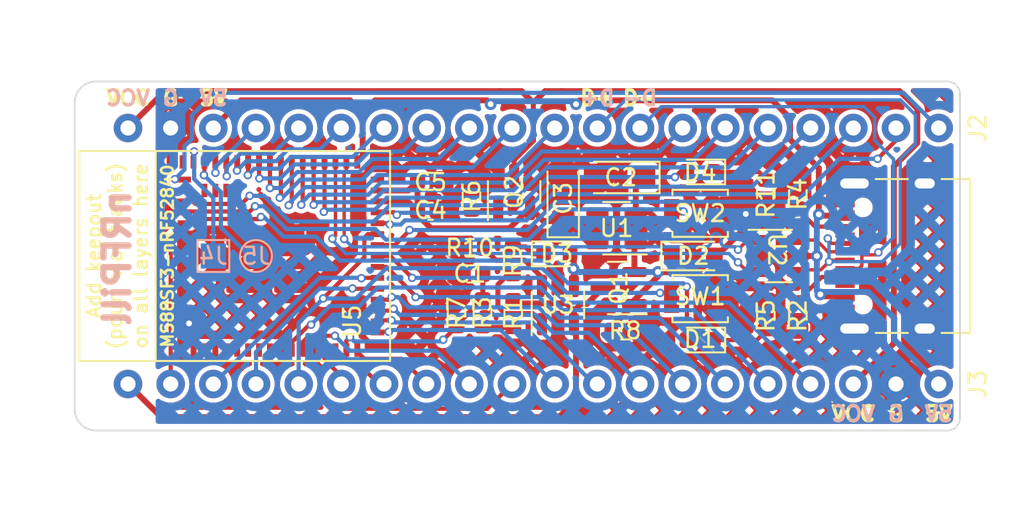
<source format=kicad_pcb>
(kicad_pcb (version 20211014) (generator pcbnew)
  (layers (0 "F.Cu" signal) (31 "B.Cu" signal) (34 "B.Paste" user) (35 "F.Paste" user) (36 "B.SilkS" user "B.Silkscreen") (37 "F.SilkS" user "F.Silkscreen") (38 "B.Mask" user) (39 "F.Mask" user) (44 "Edge.Cuts" user))
  (net 0 "")
  (net 1 "GND")
  (net 2 "VCC")
  (net 3 "BATTERY_PIN")
  (net 4 "VBAT")
  (net 5 "DP+")
  (net 6 "DP-")
  (net 7 "DCCH")
  (net 8 "nRF_VDD")
  (net 9 "RST")
  (net 10 "D+")
  (net 11 "D-")
  (net 12 "SWDIO")
  (net 13 "SWCLK")
  (net 14 "0.27")
  (net 15 "0.05")
  (net 16 "0.23")
  (net 17 "0.07")
  (net 18 "0.06")
  (net 19 "1.08")
  (net 20 "0.11")
  (net 21 "0.08")
  (net 22 "1.09")
  (net 23 "0.12")
  (net 24 "0.16")
  (net 25 "0.14")
  (net 27 "0.19")
  (net 28 "0.13")
  (net 29 "0.15")
  (net 30 "0.17")
  (net 31 "0.21")
  (net 32 "0.20")
  (net 33 "0.22")
  (net 34 "0.24")
  (net 35 "1.00")
  (net 36 "+5V")
  (net 37 "0.00")
  (net 38 "0.01")
  (net 39 "Net-(J1-PadA5)")
  (net 41 "Net-(J1-PadB5)")
  (net 43 "0.25")
  (net 44 "Net-(C2-Pad1)")
  (net 45 "Net-(D1-Pad1)")
  (net 46 "LED_2")
  (net 47 "Net-(D3-Pad1)")
  (net 48 "POWER_PIN")
  (net 49 "Net-(R9-Pad2)")
  (net 50 "Net-(R10-Pad1)")
  (net 51 "DFU")
  (net 53 "LED_1")
  (net 54 "Net-(D4-Pad1)")
  (net 55 "0.26")
  (net 56 "Net-(R1-Pad2)")
  (net 71 "1.02")
  (net 72 "0.28")
  (net 73 "0.31")
  (net 74 "0.30")
  (footprint "Capacitor_SMD:C_0603_1608Metric" (layer "F.Cu") (at 73.6854 51.8668 180)
    (fp_text reference "C1")
    (fp_text value "100nF")
  )
  (footprint "Resistor_SMD:R_0603_1608Metric" (layer "F.Cu") (at 73.787 47.244 90)
    (fp_text reference "R6")
    (fp_text value "2M")
  )
  (footprint "Capacitor_SMD:C_0603_1608Metric" (layer "F.Cu") (at 71.3486 46.355)
    (fp_text reference "C5")
    (fp_text value "0.1uF")
  )
  (footprint "Library:PinHeader_1x20_P2.54mm_Vertical" (layer "F.Cu") (at 101.6 58.42 -90)
    (fp_text reference "J3")
    (fp_text value " ")
  )
  (footprint "Button_Switch_SMD:SW_SPST_B3U-1000P" (layer "F.Cu") (at 87.4014 53.34 180)
    (fp_text reference "SW1")
    (fp_text value "RST")
  )
  (footprint "Resistor_SMD:R_0603_1608Metric" (layer "F.Cu") (at 76.2762 54.229 -90)
    (fp_text reference "R1")
    (fp_text value "2M")
  )
  (footprint "Resistor_SMD:R_0603_1608Metric" (layer "F.Cu") (at 76.2508 51.0794 -90)
    (fp_text reference "R9")
    (fp_text value "1K")
  )
  (footprint "Capacitor_SMD:C_0603_1608Metric" (layer "F.Cu") (at 71.3486 48.133)
    (fp_text reference "C4")
    (fp_text value "10uF")
  )
  (footprint "Capacitor_Tantalum_SMD:CP_EIA-3216-12_Kemet-S" (layer "F.Cu") (at 82.677 46.1264 180)
    (fp_text reference "C2")
    (fp_text value "10uF")
  )
  (footprint "Diode_SMD:D_SOD-323_HandSoldering" (layer "F.Cu") (at 86.995 50.8)
    (fp_text reference "D2")
    (fp_text value "1N5819")
  )
  (footprint "Package_TO_SOT_SMD:SOT-23-6" (layer "F.Cu") (at 92.075 50.8)
    (fp_text reference "U2")
    (fp_text value "USBLC6-2SC6")
  )
  (footprint "Library:PinHeader_1x20_P2.54mm_Vertical" (layer "F.Cu") (at 101.6 43.18 -90)
    (fp_text reference "J2")
    (fp_text value " ")
  )
  (footprint "Button_Switch_SMD:SW_SPST_B3U-1000P" (layer "F.Cu") (at 87.4014 48.26 180)
    (fp_text reference "SW2")
    (fp_text value "DFU")
  )
  (footprint "Resistor_SMD:R_0603_1608Metric" (layer "F.Cu") (at 93.218 54.356 -90)
    (fp_text reference "R2")
    (fp_text value "5.1k")
  )
  (footprint "Resistor_SMD:R_0603_1608Metric" (layer "F.Cu") (at 93.218 47.117 -90)
    (fp_text reference "R4")
    (fp_text value "5.1k")
  )
  (footprint "LED_SMD:LED_0603_1608Metric" (layer "F.Cu") (at 87.4014 45.7962 180)
    (fp_text reference "D4")
    (fp_text value "BLUE")
  )
  (footprint "kien242:USB-C-16pin-hight" (layer "F.Cu") (at 99.695 50.8 -90)
    (fp_text reference "J1")
    (fp_text value "USB_C_Receptacle_USB2.0")
  )
  (footprint "Package_TO_SOT_SMD:SOT-23-5" (layer "F.Cu") (at 82.423 49.149 180)
    (fp_text reference "U1")
    (fp_text value "MIC5219-3.3YM5")
  )
  (footprint "Package_TO_SOT_SMD:SOT-23" (layer "F.Cu") (at 76.327 46.99 90)
    (fp_text reference "Q2")
    (fp_text value "AO3407")
  )
  (footprint "Resistor_SMD:R_0603_1608Metric" (layer "F.Cu") (at 82.931 55.245)
    (fp_text reference "R8")
    (fp_text value "100K")
  )
  (footprint "Package_TO_SOT_SMD:SOT-23" (layer "F.Cu") (at 82.55 52.705 180)
    (fp_text reference "Q1")
    (fp_text value "AO3407")
  )
  (footprint "Resistor_SMD:R_0603_1608Metric" (layer "F.Cu") (at 73.6854 50.3174 180)
    (fp_text reference "R10")
    (fp_text value "RPROG")
  )
  (footprint "Capacitor_Tantalum_SMD:CP_EIA-3216-12_Kemet-S" (layer "F.Cu") (at 79.248 47.371 90)
    (fp_text reference "C3")
    (fp_text value "10uF")
  )
  (footprint "Resistor_SMD:R_0603_1608Metric" (layer "F.Cu") (at 72.898 54.1782 90)
    (fp_text reference "R7")
    (fp_text value "10M")
  )
  (footprint "kien242:MS88SF3-nRF52840" (layer "F.Cu") (at 59.69 50.8 90)
    (fp_text reference "U5")
    (fp_text value "MS88FS3")
  )
  (footprint "Resistor_SMD:R_0603_1608Metric" (layer "F.Cu") (at 91.313 47.117 90)
    (fp_text reference "R11")
    (fp_text value "1K")
  )
  (footprint "LED_SMD:LED_0603_1608Metric" (layer "F.Cu") (at 78.867 50.673)
    (fp_text reference "D3")
    (fp_text value "BLUE")
  )
  (footprint "Package_TO_SOT_SMD:SOT-23-5" (layer "F.Cu") (at 78.933 53.721 90)
    (fp_text reference "U3")
    (fp_text value "TP4054")
  )
  (footprint "Resistor_SMD:R_0603_1608Metric" (layer "F.Cu") (at 91.313 54.356 -90)
    (fp_text reference "R5")
    (fp_text value "1K")
  )
  (footprint "LED_SMD:LED_0603_1608Metric" (layer "F.Cu") (at 87.4014 55.8038 180)
    (fp_text reference "D1")
    (fp_text value "BLUE")
  )
  (footprint "Resistor_SMD:R_0603_1608Metric" (layer "F.Cu") (at 74.4474 54.1782 90)
    (fp_text reference "R3")
    (fp_text value "2M")
  )
  (footprint "TestPoint:TestPoint_Pad_D1.5mm" (layer "B.Cu") (at 60.96 50.8)
    (fp_text reference "J5")
    (fp_text value " ")
  )
  (footprint "TestPoint:TestPoint_Pad_1.5x1.5mm" (layer "B.Cu") (at 58.42 50.8)
    (fp_text reference "J4")
    (fp_text value " ")
  )
  (gr_arc (start 102.108 40.41) (mid 102.646815 40.633185) (end 102.87 41.172) (layer "Edge.Cuts") (width 0.1))
  (gr_arc (start 102.87 60.428) (mid 102.646815 60.966815) (end 102.108 61.19) (layer "Edge.Cuts") (width 0.1))
  (gr_arc (start 51.435 61.19) (mid 50.536974 60.818026) (end 50.165 59.92) (layer "Edge.Cuts") (width 0.1))
  (gr_arc (start 50.165 41.68) (mid 50.536974 40.781974) (end 51.435 40.41) (layer "Edge.Cuts") (width 0.1))
  (gr_line (start 102.108 40.41) (end 51.435 40.41) (layer "Edge.Cuts") (width 0.1))
  (gr_line (start 51.435 61.19) (end 102.108 61.19) (layer "Edge.Cuts") (width 0.1))
  (gr_line (start 102.87 60.428) (end 102.87 41.172) (layer "Edge.Cuts") (width 0.1))
  (gr_line (start 50.165 41.68) (end 50.165 59.92) (layer "Edge.Cuts") (width 0.1))
  (gr_text "5V" (at 101.6 60.198) (layer "B.SilkS") (effects (font (size 0.9 0.9) (thickness 0.2)) (justify mirror)))
  (gr_text "nRFPill" (at 52.705 50.927 90) (layer "B.SilkS") (effects (font (size 1.5 1.5) (thickness 0.375)) (justify mirror)))
  (gr_text "G" (at 99.06 60.198) (layer "B.SilkS") (effects (font (size 0.9 0.9) (thickness 0.2)) (justify mirror)))
  (gr_text "G" (at 55.88 41.402) (layer "B.SilkS") (effects (font (size 0.9 0.9) (thickness 0.2)) (justify mirror)))
  (gr_text "D-\n" (at 83.82 41.402) (layer "B.SilkS") (effects (font (size 0.9 0.9) (thickness 0.2)) (justify mirror)))
  (gr_text "VCC" (at 53.34 41.402) (layer "B.SilkS") (effects (font (size 0.9 0.9) (thickness 0.2)) (justify mirror)))
  (gr_text "5V" (at 58.42 41.402) (layer "B.SilkS") (effects (font (size 0.9 0.9) (thickness 0.2)) (justify mirror)))
  (gr_text "VCC" (at 96.52 60.198) (layer "B.SilkS") (effects (font (size 0.9 0.9) (thickness 0.2)) (justify mirror)))
  (gr_text "D+" (at 81.28 41.402) (layer "B.SilkS") (effects (font (size 0.9 0.9) (thickness 0.2)) (justify mirror)))
  (gr_text "G" (at 99.06 60.198) (layer "F.SilkS") (effects (font (size 0.9 0.9) (thickness 0.2))))
  (gr_text "5V" (at 101.6 60.198) (layer "F.SilkS") (effects (font (size 0.9 0.9) (thickness 0.2))))
  (gr_text "G" (at 55.88 41.402) (layer "F.SilkS") (effects (font (size 0.9 0.9) (thickness 0.2))))
  (gr_text "D+" (at 81.28 41.402) (layer "F.SilkS") (effects (font (size 0.9 0.9) (thickness 0.2))))
  (gr_text "VCC" (at 96.52 60.198) (layer "F.SilkS") (effects (font (size 0.9 0.9) (thickness 0.2))))
  (gr_text "D-\n" (at 83.82 41.402) (layer "F.SilkS") (effects (font (size 0.9 0.9) (thickness 0.2))))
  (gr_text "VCC" (at 53.34 41.402) (layer "F.SilkS") (effects (font (size 0.9 0.9) (thickness 0.2))))
  (gr_text "5V" (at 58.42 41.402) (layer "F.SilkS") (effects (font (size 0.9 0.9) (thickness 0.2))))
  (segment (start 89.33 53.34) (end 91.2095 53.34) (width 0.35) (layer "F.Cu") (net 1))
  (segment (start 91.393 53.4435) (end 93.218 55.2685) (width 0.35) (layer "F.Cu") (net 1))
  (segment (start 90.078716 48.26) (end 89.1014 48.26) (width 0.35) (layer "F.Cu") (net 1))
  (segment (start 91.678862 50.8) (end 92.075 51.196138) (width 0.35) (layer "F.Cu") (net 1))
  (segment (start 91.313 53.4435) (end 91.393 53.4435) (width 0.35) (layer "F.Cu") (net 1))
  (segment (start 90.475968 47.942) (end 91.313 47.942) (width 0.35) (layer "F.Cu") (net 1))
  (segment (start 67.7602 56) (end 67.2465 55.4863) (width 0.3) (layer "F.Cu") (net 1))
  (segment (start 67.2465 55.4863) (end 67.2592 55.4736) (width 0.3) (layer "F.Cu") (net 1))
  (segment (start 66.93708 46.426609) (end 67.763689 45.6) (width 0.3) (layer "F.Cu") (net 1))
  (segment (start 67.763689 45.6) (end 68.19 45.6) (width 0.3) (layer "F.Cu") (net 1))
  (segment (start 90.118342 48.299626) (end 90.475968 47.942) (width 0.35) (layer "F.Cu") (net 1))
  (segment (start 90.118342 48.299626) (end 90.078716 48.26) (width 0.35) (layer "F.Cu") (net 1))
  (segment (start 56.59 55.1954) (end 56.59 56.4) (width 0.35) (layer "F.Cu") (net 1))
  (segment (start 91.313 48.0295) (end 91.393 48.0295) (width 0.35) (layer "F.Cu") (net 1))
  (segment (start 91.2095 53.34) (end 91.313 53.4435) (width 0.35) (layer "F.Cu") (net 1))
  (segment (start 92.075 51.689) (end 92.075 52.324) (width 0.35) (layer "F.Cu") (net 1))
  (segment (start 67.2592 55.4736) (end 67.2592 54.864) (width 0.3) (layer "F.Cu") (net 1))
  (segment (start 96.0166 54) (end 96.0166 54.5466) (width 0.35) (layer "F.Cu") (net 1))
  (segment (start 92.075 51.196138) (end 92.075 51.689) (width 0.35) (layer "F.Cu") (net 1))
  (segment (start 56.9722 54.8132) (end 56.59 55.1954) (width 0.35) (layer "F.Cu") (net 1))
  (segment (start 96.0166 47.0534) (end 96.59 46.48) (width 0.35) (layer "F.Cu") (net 1))
  (segment (start 55.88 43.18) (end 55.372 43.688) (width 0.35) (layer "F.Cu") (net 1))
  (segment (start 91.393 48.0295) (end 93.218 46.2045) (width 0.35) (layer "F.Cu") (net 1))
  (segment (start 68.19 56) (end 67.7602 56) (width 0.3) (layer "F.Cu") (net 1))
  (segment (start 96.0166 47.6) (end 96.0166 47.0534) (width 0.35) (layer "F.Cu") (net 1))
  (segment (start 90.9375 50.8) (end 91.678862 50.8) (width 0.35) (layer "F.Cu") (net 1))
  (segment (start 96.0166 54.5466) (end 96.59 55.12) (width 0.35) (layer "F.Cu") (net 1))
  (via (at 56.9722 54.8132) (size 0.7) (drill 0.35) (layers "F.Cu" "B.Cu") (net 1))
  (via (at 90.118342 48.299626) (size 0.7) (drill 0.35) (layers "F.Cu" "B.Cu") (net 1))
  (segment (start 96.59 46.48) (end 95.125 46.48) (width 0.35) (layer "B.Cu") (net 1))
  (segment (start 95.125 46.48) (end 93.4974 48.1076) (width 0.35) (layer "B.Cu") (net 1))
  (segment (start 90.310368 48.1076) (end 90.118342 48.299626) (width 0.35) (layer "B.Cu") (net 1))
  (segment (start 93.4974 48.1076) (end 90.310368 48.1076) (width 0.35) (layer "B.Cu") (net 1))
  (segment (start 79.15748 40.98452) (end 78.16688 40.98452) (width 0.35) (layer "F.Cu") (net 2))
  (segment (start 77.47 43.942) (end 77.47 43.8404) (width 0.3) (layer "F.Cu") (net 2))
  (segment (start 98.933 45.466) (end 98.933 56.007) (width 0.35) (layer "F.Cu") (net 2))
  (segment (start 53.34 43.18) (end 55.53548 40.98452) (width 0.35) (layer "F.Cu") (net 2))
  (segment (start 76.327 46.0525) (end 76.327 45.085) (width 0.3) (layer "F.Cu") (net 2))
  (segment (start 79.15748 40.98452) (end 99.27752 40.98452) (width 0.35) (layer "F.Cu") (net 2))
  (segment (start 75.45232 40.98452) (end 76.77312 40.98452) (width 0.35) (layer "F.Cu") (net 2))
  (segment (start 76.327 45.085) (end 77.47 43.942) (width 0.3) (layer "F.Cu") (net 2))
  (segment (start 77.47 43.8404) (end 77.47 41.6814) (width 0.3) (layer "F.Cu") (net 2))
  (segment (start 98.933 56.007) (end 96.52 58.42) (width 0.35) (layer "F.Cu") (net 2))
  (segment (start 55.53548 40.98452) (end 75.45232 40.98452) (width 0.35) (layer "F.Cu") (net 2))
  (segment (start 100.33 44.069) (end 98.933 45.466) (width 0.35) (layer "F.Cu") (net 2))
  (segment (start 99.27752 40.98452) (end 100.33 42.037) (width 0.35) (layer "F.Cu") (net 2))
  (segment (start 100.33 42.037) (end 100.33 44.069) (width 0.35) (layer "F.Cu") (net 2))
  (segment (start 78.16688 40.98452) (end 77.47 41.6814) (width 0.35) (layer "F.Cu") (net 2))
  (segment (start 76.77312 40.98452) (end 77.47 41.6814) (width 0.35) (layer "F.Cu") (net 2))
  (segment (start 74.4604 51.8668) (end 74.4604 53.3402) (width 0.3) (layer "F.Cu") (net 3))
  (segment (start 72.1106 55.778731) (end 72.122469 55.778731) (width 0.25) (layer "F.Cu") (net 3))
  (segment (start 72.898 55.0032) (end 72.898 54.9026) (width 0.3) (layer "F.Cu") (net 3))
  (segment (start 66.557119 55.63183) (end 66.34 55.848949) (width 0.25) (layer "F.Cu") (net 3))
  (segment (start 74.4604 53.3402) (end 74.4474 53.3532) (width 0.3) (layer "F.Cu") (net 3))
  (segment (start 72.122469 55.778731) (end 72.898 55.0032) (width 0.25) (layer "F.Cu") (net 3))
  (segment (start 66.34 55.848949) (end 66.34 56.4) (width 0.25) (layer "F.Cu") (net 3))
  (segment (start 72.898 54.9026) (end 74.4474 53.3532) (width 0.3) (layer "F.Cu") (net 3))
  (via (at 72.1106 55.778731) (size 0.5) (drill 0.3) (layers "F.Cu" "B.Cu") (net 3))
  (via (at 66.557119 55.63183) (size 0.5) (drill 0.3) (layers "F.Cu" "B.Cu") (net 3))
  (segment (start 66.808685 55.883396) (end 72.005935 55.883396) (width 0.25) (layer "B.Cu") (net 3))
  (segment (start 72.005935 55.883396) (end 72.1106 55.778731) (width 0.25) (layer "B.Cu") (net 3))
  (segment (start 66.557119 55.63183) (end 66.808685 55.883396) (width 0.25) (layer "B.Cu") (net 3))
  (segment (start 79.883 54.0512) (end 79.4512 53.6194) (width 0.35) (layer "F.Cu") (net 4))
  (segment (start 79.883 54.991) (end 80.01 55.118) (width 0.35) (layer "F.Cu") (net 4))
  (segment (start 55.312719 60.392719) (end 53.34 58.42) (width 0.35) (layer "F.Cu") (net 4))
  (segment (start 80.01 55.118) (end 80.01 59.3725) (width 0.35) (layer "F.Cu") (net 4))
  (segment (start 78.989781 60.392719) (end 55.312719 60.392719) (width 0.35) (layer "F.Cu") (net 4))
  (segment (start 80.6727 53.6448) (end 81.6125 52.705) (width 0.35) (layer "F.Cu") (net 4))
  (segment (start 79.883 54.0766) (end 80.3148 53.6448) (width 0.35) (layer "F.Cu") (net 4))
  (segment (start 80.01 59.3725) (end 78.989781 60.392719) (width 0.35) (layer "F.Cu") (net 4))
  (segment (start 79.883 54.8585) (end 79.883 54.991) (width 0.35) (layer "F.Cu") (net 4))
  (segment (start 80.3148 53.6448) (end 80.6727 53.6448) (width 0.35) (layer "F.Cu") (net 4))
  (segment (start 76.49272 53.62052) (end 76.2762 53.404) (width 0.35) (layer "F.Cu") (net 4))
  (segment (start 79.45008 53.62052) (end 76.49272 53.62052) (width 0.35) (layer "F.Cu") (net 4))
  (segment (start 79.883 54.8585) (end 79.883 54.0512) (width 0.35) (layer "F.Cu") (net 4))
  (segment (start 96.043721 50.031279) (end 96.025 50.05) (width 0.2) (layer "F.Cu") (net 5))
  (segment (start 96.025 51.05) (end 95.127 51.05) (width 0.2) (layer "F.Cu") (net 5))
  (segment (start 94.582037 51.62548) (end 93.33702 51.62548) (width 0.2) (layer "F.Cu") (net 5))
  (segment (start 94.99858 49.75642) (end 94.99858 49.816526) (width 0.2) (layer "F.Cu") (net 5))
  (segment (start 93.33702 51.62548) (end 93.2125 51.75) (width 0.2) (layer "F.Cu") (net 5))
  (segment (start 95.232054 50.05) (end 96.025 50.05) (width 0.2) (layer "F.Cu") (net 5))
  (segment (start 95.127 51.05) (end 95.072362 51.104638) (width 0.2) (layer "F.Cu") (net 5))
  (segment (start 94.99858 49.816526) (end 95.232054 50.05) (width 0.2) (layer "F.Cu") (net 5))
  (segment (start 95.072362 51.104638) (end 95.072362 51.135155) (width 0.2) (layer "F.Cu") (net 5))
  (segment (start 95.072362 51.135155) (end 94.582037 51.62548) (width 0.2) (layer "F.Cu") (net 5))
  (segment (start 95.127 51.05) (end 95.127 51.080517) (width 0.2) (layer "F.Cu") (net 5))
  (via (at 95.072362 51.135155) (size 0.5) (drill 0.3) (layers "F.Cu" "B.Cu") (net 5))
  (via (at 94.99858 49.75642) (size 0.5) (drill 0.3) (layers "F.Cu" "B.Cu") (net 5))
  (segment (start 99.330119 41.510481) (end 82.949519 41.510481) (width 0.2) (layer "B.Cu") (net 5))
  (segment (start 95.072362 49.830202) (end 95.072362 51.135155) (width 0.2) (layer "B.Cu") (net 5))
  (segment (start 99.314 50.0634) (end 99.313999 45.027993) (width 0.2) (layer "B.Cu") (net 5))
  (segment (start 82.949519 41.510481) (end 81.28 43.18) (width 0.2) (layer "B.Cu") (net 5))
  (segment (start 94.99858 49.75642) (end 95.072362 49.830202) (width 0.2) (layer "B.Cu") (net 5))
  (segment (start 99.313999 45.027993) (end 100.209511 44.132481) (width 0.2) (layer "B.Cu") (net 5))
  (segment (start 98.242245 51.135155) (end 99.314 50.0634) (width 0.2) (layer "B.Cu") (net 5))
  (segment (start 100.209511 42.389873) (end 99.330119 41.510481) (width 0.2) (layer "B.Cu") (net 5))
  (segment (start 95.072362 51.135155) (end 98.242245 51.135155) (width 0.2) (layer "B.Cu") (net 5))
  (segment (start 100.209511 44.132481) (end 100.209511 42.389873) (width 0.2) (layer "B.Cu") (net 5))
  (segment (start 94.996011 50.546011) (end 94.996011 50.530963) (width 0.2) (layer "F.Cu") (net 6))
  (segment (start 95 50.55) (end 94.996011 50.546011) (width 0.2) (layer "F.Cu") (net 6))
  (segment (start 94.996011 50.530963) (end 94.315048 49.85) (width 0.2) (layer "F.Cu") (net 6))
  (segment (start 97.867721 50.728978) (end 97.028 50.728978) (width 0.2) (layer "F.Cu") (net 6))
  (segment (start 96.849022 50.55) (end 96.025 50.55) (width 0.2) (layer "F.Cu") (net 6))
  (segment (start 96.025 51.55) (end 96.849022 51.55) (width 0.2) (layer "F.Cu") (net 6))
  (segment (start 96.025 50.55) (end 95 50.55) (width 0.2) (layer "F.Cu") (net 6))
  (segment (start 98.011044 50.585655) (end 97.867721 50.728978) (width 0.2) (layer "F.Cu") (net 6))
  (segment (start 97.028 51.371022) (end 97.028 50.728978) (width 0.2) (layer "F.Cu") (net 6))
  (segment (start 94.315048 49.85) (end 93.2125 49.85) (width 0.2) (layer "F.Cu") (net 6))
  (segment (start 97.028 50.728978) (end 96.849022 50.55) (width 0.2) (layer "F.Cu") (net 6))
  (segment (start 95.974511 51.499511) (end 96.025 51.55) (width 0.2) (layer "F.Cu") (net 6))
  (segment (start 96.849022 51.55) (end 97.028 51.371022) (width 0.2) (layer "F.Cu") (net 6))
  (via (at 98.011044 50.585655) (size 0.5) (drill 0.3) (layers "F.Cu" "B.Cu") (net 6))
  (segment (start 97.79 43.9166) (end 97.79 42.545) (width 0.2) (layer "B.Cu") (net 6))
  (segment (start 97.79 42.545) (end 97.155 41.91) (width 0.2) (layer "B.Cu") (net 6))
  (segment (start 85.09 41.91) (end 83.82 43.18) (width 0.2) (layer "B.Cu") (net 6))
  (segment (start 98.011044 50.585655) (end 98.91448 49.682219) (width 0.2) (layer "B.Cu") (net 6))
  (segment (start 98.91448 49.682219) (end 98.91448 45.04108) (width 0.2) (layer "B.Cu") (net 6))
  (segment (start 97.155 41.91) (end 85.09 41.91) (width 0.2) (layer "B.Cu") (net 6))
  (segment (start 98.91448 45.04108) (end 97.79 43.9166) (width 0.2) (layer "B.Cu") (net 6))
  (segment (start 68.19 46.9) (end 70.0286 46.9) (width 0.35) (layer "F.Cu") (net 8))
  (segment (start 70.0286 46.9) (end 70.5736 46.355) (width 0.35) (layer "F.Cu") (net 8))
  (segment (start 76.0555 49.149) (end 77.277 47.9275) (width 0.35) (layer "F.Cu") (net 8))
  (segment (start 69.9906 47.55) (end 68.19 47.55) (width 0.35) (layer "F.Cu") (net 8))
  (segment (start 70.5736 48.133) (end 70.5736 48.3486) (width 0.35) (layer "F.Cu") (net 8))
  (segment (start 71.374 49.149) (end 76.0555 49.149) (width 0.35) (layer "F.Cu") (net 8))
  (segment (start 79.4664 48.721) (end 79.248 48.721) (width 0.35) (layer "F.Cu") (net 8))
  (segment (start 70.5736 48.3486) (end 71.374 49.149) (width 0.35) (layer "F.Cu") (net 8))
  (segment (start 80.8444 50.099) (end 79.4664 48.721) (width 0.35) (layer "F.Cu") (net 8))
  (segment (start 70.5736 48.133) (end 69.9906 47.55) (width 0.35) (layer "F.Cu") (net 8))
  (segment (start 78.0705 48.721) (end 79.248 48.721) (width 0.35) (layer "F.Cu") (net 8))
  (segment (start 77.277 47.9275) (end 78.0705 48.721) (width 0.35) (layer "F.Cu") (net 8))
  (segment (start 70.5736 46.355) (end 70.5736 48.133) (width 0.35) (layer "F.Cu") (net 8))
  (segment (start 85.0138 52.99942) (end 85.36082 52.99942) (width 0.25) (layer "F.Cu") (net 9))
  (segment (start 85.36082 52.99942) (end 85.7014 53.34) (width 0.25) (layer "F.Cu") (net 9))
  (segment (start 67.4116 50.876584) (end 67.4116 49.704378) (width 0.25) (layer "F.Cu") (net 9))
  (segment (start 64.960692 53.327492) (end 67.4116 50.876584) (width 0.25) (layer "F.Cu") (net 9))
  (segment (start 67.615978 49.5) (end 68.19 49.5) (width 0.25) (layer "F.Cu") (net 9))
  (segment (start 67.4116 49.704378) (end 67.615978 49.5) (width 0.25) (layer "F.Cu") (net 9))
  (via (at 64.960692 53.327492) (size 0.5) (drill 0.3) (layers "F.Cu" "B.Cu") (net 9))
  (via (at 85.0138 52.99942) (size 0.5) (drill 0.3) (layers "F.Cu" "B.Cu") (net 9))
  (segment (start 64.960692 53.327492) (end 64.960308 53.327492) (width 0.25) (layer "B.Cu") (net 9))
  (segment (start 68.719624 51.524294) (end 66.916426 53.327492) (width 0.25) (layer "B.Cu") (net 9))
  (segment (start 63.5 54.7878) (end 63.5 58.42) (width 0.25) (layer "B.Cu") (net 9))
  (segment (start 64.960308 53.327492) (end 63.5 54.7878) (width 0.25) (layer "B.Cu") (net 9))
  (segment (start 78.001673 51.524294) (end 68.719624 51.524294) (width 0.25) (layer "B.Cu") (net 9))
  (segment (start 79.476799 52.99942) (end 78.001673 51.524294) (width 0.25) (layer "B.Cu") (net 9))
  (segment (start 85.0138 52.99942) (end 79.476799 52.99942) (width 0.25) (layer "B.Cu") (net 9))
  (segment (start 66.916426 53.327492) (end 64.960692 53.327492) (width 0.25) (layer "B.Cu") (net 9))
  (segment (start 65.69 49.588455) (end 65.69 45.2) (width 0.2) (layer "F.Cu") (net 10))
  (segment (start 65.508784 49.769671) (end 65.69 49.588455) (width 0.2) (layer "F.Cu") (net 10))
  (segment (start 90.9375 51.75) (end 90.229002 51.75) (width 0.2) (layer "F.Cu") (net 10))
  (segment (start 90.229002 51.75) (end 89.654002 51.175) (width 0.2) (layer "F.Cu") (net 10))
  (via (at 65.508784 49.769671) (size 0.5) (drill 0.3) (layers "F.Cu" "B.Cu") (net 10))
  (via (at 89.654002 51.175) (size 0.5) (drill 0.3) (layers "F.Cu" "B.Cu") (net 10))
  (segment (start 66.29665 50.650266) (end 89.102141 50.650266) (width 0.2) (layer "B.Cu") (net 10))
  (segment (start 89.626875 51.175) (end 89.654002 51.175) (width 0.2) (layer "B.Cu") (net 10))
  (segment (start 89.102141 50.650266) (end 89.626875 51.175) (width 0.2) (layer "B.Cu") (net 10))
  (segment (start 65.508784 49.769671) (end 65.508784 49.8624) (width 0.2) (layer "B.Cu") (net 10))
  (segment (start 65.508784 49.8624) (end 66.29665 50.650266) (width 0.2) (layer "B.Cu") (net 10))
  (segment (start 90.9375 49.85) (end 90.229002 49.85) (width 0.2) (layer "F.Cu") (net 11))
  (segment (start 66.34 45.6994) (end 66.34 45.2) (width 0.2) (layer "F.Cu") (net 11))
  (segment (start 66.208127 45.831273) (end 66.34 45.6994) (width 0.2) (layer "F.Cu") (net 11))
  (segment (start 66.208127 49.784616) (end 66.208127 45.831273) (width 0.2) (layer "F.Cu") (net 11))
  (segment (start 90.229002 49.85) (end 89.654002 50.425) (width 0.2) (layer "F.Cu") (net 11))
  (via (at 89.654002 50.425) (size 0.5) (drill 0.3) (layers "F.Cu" "B.Cu") (net 11))
  (via (at 66.208127 49.784616) (size 0.5) (drill 0.3) (layers "F.Cu" "B.Cu") (net 11))
  (segment (start 66.208127 49.784616) (end 66.674257 50.250746) (width 0.2) (layer "B.Cu") (net 11))
  (segment (start 88.991146 50.250746) (end 89.479748 50.250746) (width 0.2) (layer "B.Cu") (net 11))
  (segment (start 88.041146 49.950746) (end 88.041146 49.755219) (width 0.2) (layer "B.Cu") (net 11))
  (segment (start 89.479748 50.250746) (end 89.654002 50.425) (width 0.2) (layer "B.Cu") (net 11))
  (segment (start 88.941146 50.250746) (end 88.991146 50.250746) (width 0.2) (layer "B.Cu") (net 11))
  (segment (start 88.641146 49.755219) (end 88.641146 49.950746) (width 0.2) (layer "B.Cu") (net 11))
  (segment (start 66.674257 50.250746) (end 87.741146 50.250746) (width 0.2) (layer "B.Cu") (net 11))
  (arc (start 88.641146 49.950746) (mid 88.729014 50.162878) (end 88.941146 50.250746) (width 0.2) (layer "B.Cu") (net 11))
  (arc (start 88.341146 49.455219) (mid 88.553278 49.543087) (end 88.641146 49.755219) (width 0.2) (layer "B.Cu") (net 11))
  (arc (start 87.741146 50.250746) (mid 87.953278 50.162878) (end 88.041146 49.950746) (width 0.2) (layer "B.Cu") (net 11))
  (arc (start 88.041146 49.755219) (mid 88.129014 49.543087) (end 88.341146 49.455219) (width 0.2) (layer "B.Cu") (net 11))
  (segment (start 57.89 45.955265) (end 57.861081 45.984184) (width 0.25) (layer "F.Cu") (net 12))
  (segment (start 57.89 45.2) (end 57.89 45.955265) (width 0.25) (layer "F.Cu") (net 12))
  (via (at 57.861081 45.984184) (size 0.5) (drill 0.3) (layers "F.Cu" "B.Cu") (net 12))
  (segment (start 60.579 50.8) (end 60.96 50.8) (width 0.25) (layer "B.Cu") (net 12))
  (segment (start 58.86952 46.992623) (end 58.86952 49.09052) (width 0.25) (layer "B.Cu") (net 12))
  (segment (start 58.86952 49.09052) (end 60.579 50.8) (width 0.25) (layer "B.Cu") (net 12))
  (segment (start 57.861081 45.984184) (end 58.86952 46.992623) (width 0.25) (layer "B.Cu") (net 12))
  (segment (start 57.24 44.614) (end 57.277 44.577) (width 0.25) (layer "F.Cu") (net 13))
  (segment (start 57.24 45.2) (end 57.24 44.614) (width 0.25) (layer "F.Cu") (net 13))
  (via (at 57.277 44.577) (size 0.5) (drill 0.3) (layers "F.Cu" "B.Cu") (net 13))
  (segment (start 57.277 46.212585) (end 58.138946 47.074531) (width 0.25) (layer "B.Cu") (net 13))
  (segment (start 57.277 44.577) (end 57.277 46.212585) (width 0.25) (layer "B.Cu") (net 13))
  (segment (start 58.138946 47.074531) (end 58.148931 47.074531) (width 0.25) (layer "B.Cu") (net 13))
  (segment (start 58.148931 47.074531) (end 58.42 47.3456) (width 0.25) (layer "B.Cu") (net 13))
  (segment (start 58.42 47.3456) (end 58.42 50.8) (width 0.25) (layer "B.Cu") (net 13))
  (segment (start 66.04 57.9628) (end 66.04 58.42) (width 0.25) (layer "F.Cu") (net 14))
  (segment (start 65.04 56.9628) (end 66.04 57.9628) (width 0.25) (layer "F.Cu") (net 14))
  (segment (start 65.04 56.4) (end 65.04 56.9628) (width 0.25) (layer "F.Cu") (net 14))
  (segment (start 67.029882 57.1754) (end 66.0654 57.1754) (width 0.25) (layer "F.Cu") (net 15))
  (segment (start 65.69 56.8) (end 65.69 56.4) (width 0.25) (layer "F.Cu") (net 15))
  (segment (start 66.0654 57.1754) (end 65.69 56.8) (width 0.25) (layer "F.Cu") (net 15))
  (segment (start 68.58 58.42) (end 68.274482 58.42) (width 0.25) (layer "F.Cu") (net 15))
  (segment (start 68.274482 58.42) (end 67.029882 57.1754) (width 0.25) (layer "F.Cu") (net 15))
  (segment (start 61.788185 46.75204) (end 61.79 46.750225) (width 0.25) (layer "F.Cu") (net 16))
  (segment (start 61.79 46.750225) (end 61.79 45.2) (width 0.25) (layer "F.Cu") (net 16))
  (via (at 61.788185 46.75204) (size 0.5) (drill 0.3) (layers "F.Cu" "B.Cu") (net 16))
  (segment (start 62.47083 46.75204) (end 63.42431 45.79856) (width 0.25) (layer "B.Cu") (net 16))
  (segment (start 71.81348 45.02652) (end 73.66 43.18) (width 0.25) (layer "B.Cu") (net 16))
  (segment (start 67.105876 45.798559) (end 67.877915 45.02652) (width 0.25) (layer "B.Cu") (net 16))
  (segment (start 61.788185 46.75204) (end 62.47083 46.75204) (width 0.25) (layer "B.Cu") (net 16))
  (segment (start 63.42431 45.79856) (end 67.105876 45.798559) (width 0.25) (layer "B.Cu") (net 16))
  (segment (start 67.877915 45.02652) (end 71.81348 45.02652) (width 0.25) (layer "B.Cu") (net 16))
  (segment (start 68.231115 55.308885) (end 68.19 55.35) (width 0.25) (layer "F.Cu") (net 17))
  (segment (start 68.857635 55.308885) (end 68.231115 55.308885) (width 0.25) (layer "F.Cu") (net 17))
  (via (at 68.857635 55.308885) (size 0.5) (drill 0.3) (layers "F.Cu" "B.Cu") (net 17))
  (segment (start 68.962289 55.204231) (end 75.524231 55.204231) (width 0.25) (layer "B.Cu") (net 17))
  (segment (start 75.524231 55.204231) (end 78.74 58.42) (width 0.25) (layer "B.Cu") (net 17))
  (segment (start 68.857635 55.308885) (end 68.962289 55.204231) (width 0.25) (layer "B.Cu") (net 17))
  (segment (start 69.025084 54.62972) (end 68.26028 54.62972) (width 0.25) (layer "F.Cu") (net 18))
  (segment (start 68.26028 54.62972) (end 68.19 54.7) (width 0.25) (layer "F.Cu") (net 18))
  (via (at 69.025084 54.62972) (size 0.5) (drill 0.3) (layers "F.Cu" "B.Cu") (net 18))
  (segment (start 81.083075 58.42) (end 81.28 58.42) (width 0.25) (layer "B.Cu") (net 18))
  (segment (start 77.417786 54.754711) (end 81.083075 58.42) (width 0.25) (layer "B.Cu") (net 18))
  (segment (start 69.150075 54.754711) (end 77.417786 54.754711) (width 0.25) (layer "B.Cu") (net 18))
  (segment (start 69.025084 54.62972) (end 69.150075 54.754711) (width 0.25) (layer "B.Cu") (net 18))
  (segment (start 69.151604 53.941755) (end 69.043359 54.05) (width 0.25) (layer "F.Cu") (net 19))
  (segment (start 69.043359 54.05) (end 68.19 54.05) (width 0.25) (layer "F.Cu") (net 19))
  (via (at 69.151604 53.941755) (size 0.5) (drill 0.3) (layers "F.Cu" "B.Cu") (net 19))
  (segment (start 78.670792 55.372) (end 80.772 55.372) (width 0.25) (layer "B.Cu") (net 19))
  (segment (start 69.151604 53.941755) (end 69.51504 54.305191) (width 0.25) (layer "B.Cu") (net 19))
  (segment (start 77.603983 54.305191) (end 78.670792 55.372) (width 0.25) (layer "B.Cu") (net 19))
  (segment (start 69.51504 54.305191) (end 77.603983 54.305191) (width 0.25) (layer "B.Cu") (net 19))
  (segment (start 80.772 55.372) (end 83.82 58.42) (width 0.25) (layer "B.Cu") (net 19))
  (segment (start 68.885016 53.4) (end 68.19 53.4) (width 0.25) (layer "F.Cu") (net 20))
  (segment (start 69.0372 53.247816) (end 68.885016 53.4) (width 0.25) (layer "F.Cu") (net 20))
  (via (at 69.0372 53.247816) (size 0.5) (drill 0.3) (layers "F.Cu" "B.Cu") (net 20))
  (segment (start 69.0372 53.247816) (end 69.427616 53.247816) (width 0.25) (layer "B.Cu") (net 20))
  (segment (start 78.856989 54.92248) (end 82.86248 54.92248) (width 0.25) (layer "B.Cu") (net 20))
  (segment (start 77.79018 53.855671) (end 78.856989 54.92248) (width 0.25) (layer "B.Cu") (net 20))
  (segment (start 82.86248 54.92248) (end 86.36 58.42) (width 0.25) (layer "B.Cu") (net 20))
  (segment (start 70.035471 53.855671) (end 77.79018 53.855671) (width 0.25) (layer "B.Cu") (net 20))
  (segment (start 69.427616 53.247816) (end 70.035471 53.855671) (width 0.25) (layer "B.Cu") (net 20))
  (segment (start 70.4596 53.247816) (end 70.4596 53.1876) (width 0.25) (layer "F.Cu") (net 21))
  (segment (start 68.722 51.45) (end 68.19 51.45) (width 0.25) (layer "F.Cu") (net 21))
  (segment (start 70.4596 53.1876) (end 68.722 51.45) (width 0.25) (layer "F.Cu") (net 21))
  (via (at 70.4596 53.247816) (size 0.5) (drill 0.3) (layers "F.Cu" "B.Cu") (net 21))
  (segment (start 79.043187 54.47296) (end 84.95296 54.47296) (width 0.25) (layer "B.Cu") (net 21))
  (segment (start 70.4596 53.247816) (end 77.818043 53.247816) (width 0.25) (layer "B.Cu") (net 21))
  (segment (start 84.95296 54.47296) (end 88.9 58.42) (width 0.25) (layer "B.Cu") (net 21))
  (segment (start 77.818043 53.247816) (end 79.043187 54.47296) (width 0.25) (layer "B.Cu") (net 21))
  (segment (start 68.957584 50.8) (end 68.19 50.8) (width 0.25) (layer "F.Cu") (net 22))
  (segment (start 70.2564 52.098816) (end 68.957584 50.8) (width 0.25) (layer "F.Cu") (net 22))
  (via (at 70.2564 52.098816) (size 0.5) (drill 0.3) (layers "F.Cu" "B.Cu") (net 22))
  (segment (start 70.2564 52.098816) (end 70.256411 52.098805) (width 0.25) (layer "B.Cu") (net 22))
  (segment (start 79.415581 53.57392) (end 89.13392 53.57392) (width 0.25) (layer "B.Cu") (net 22))
  (segment (start 89.13392 53.57392) (end 93.98 58.42) (width 0.25) (layer "B.Cu") (net 22))
  (segment (start 70.256411 52.098805) (end 77.940465 52.098805) (width 0.25) (layer "B.Cu") (net 22))
  (segment (start 77.940465 52.098805) (end 79.415581 53.57392) (width 0.25) (layer "B.Cu") (net 22))
  (segment (start 99.06 43.9166) (end 99.06 43.18) (width 0.25) (layer "F.Cu") (net 23))
  (segment (start 97.960244 45.016356) (end 99.06 43.9166) (width 0.25) (layer "F.Cu") (net 23))
  (segment (start 69.225722 50.15) (end 68.19 50.15) (width 0.25) (layer "F.Cu") (net 23))
  (segment (start 70.099211 49.251715) (end 70.099211 49.276511) (width 0.25) (layer "F.Cu") (net 23))
  (segment (start 70.099211 49.276511) (end 69.225722 50.15) (width 0.25) (layer "F.Cu") (net 23))
  (via (at 97.960244 45.016356) (size 0.5) (drill 0.3) (layers "F.Cu" "B.Cu") (net 23))
  (via (at 70.099211 49.251715) (size 0.5) (drill 0.3) (layers "F.Cu" "B.Cu") (net 23))
  (segment (start 97.960244 45.016356) (end 95.700362 45.016356) (width 0.25) (layer "B.Cu") (net 23))
  (segment (start 78.795826 47.5742) (end 77.118311 49.251715) (width 0.25) (layer "B.Cu") (net 23))
  (segment (start 93.142518 47.5742) (end 78.795826 47.5742) (width 0.25) (layer "B.Cu") (net 23))
  (segment (start 77.118311 49.251715) (end 70.099211 49.251715) (width 0.25) (layer "B.Cu") (net 23))
  (segment (start 95.700362 45.016356) (end 93.142518 47.5742) (width 0.25) (layer "B.Cu") (net 23))
  (segment (start 68.860079 48.85) (end 68.19 48.85) (width 0.25) (layer "F.Cu") (net 24))
  (segment (start 68.922526 48.912447) (end 68.860079 48.85) (width 0.25) (layer "F.Cu") (net 24))
  (via (at 68.922526 48.912447) (size 0.5) (drill 0.3) (layers "F.Cu" "B.Cu") (net 24))
  (segment (start 92.57532 47.12468) (end 96.52 43.18) (width 0.25) (layer "B.Cu") (net 24))
  (segment (start 69.579971 48.927186) (end 69.829942 48.677215) (width 0.25) (layer "B.Cu") (net 24))
  (segment (start 69.08929 48.912447) (end 69.104029 48.927186) (width 0.25) (layer "B.Cu") (net 24))
  (segment (start 77.057091 48.677216) (end 78.609629 47.12468) (width 0.25) (layer "B.Cu") (net 24))
  (segment (start 69.829942 48.677215) (end 77.057091 48.677216) (width 0.25) (layer "B.Cu") (net 24))
  (segment (start 78.609629 47.12468) (end 92.57532 47.12468) (width 0.25) (layer "B.Cu") (net 24))
  (segment (start 69.104029 48.927186) (end 69.579971 48.927186) (width 0.25) (layer "B.Cu") (net 24))
  (segment (start 68.922526 48.912447) (end 69.08929 48.912447) (width 0.25) (layer "B.Cu") (net 24))
  (segment (start 69.189325 48.2) (end 68.19 48.2) (width 0.25) (layer "F.Cu") (net 25))
  (segment (start 69.342 48.352675) (end 69.189325 48.2) (width 0.25) (layer "F.Cu") (net 25))
  (via (at 69.342 48.352675) (size 0.5) (drill 0.3) (layers "F.Cu" "B.Cu") (net 25))
  (segment (start 77.448191 47.6504) (end 78.423431 46.67516) (width 0.25) (layer "B.Cu") (net 25))
  (segment (start 90.48484 46.67516) (end 93.98 43.18) (width 0.25) (layer "B.Cu") (net 25))
  (segment (start 69.46698 48.227695) (end 76.870893 48.227696) (width 0.25) (layer "B.Cu") (net 25))
  (segment (start 78.423431 46.67516) (end 90.48484 46.67516) (width 0.25) (layer "B.Cu") (net 25))
  (segment (start 69.342 48.352675) (end 69.46698 48.227695) (width 0.25) (layer "B.Cu") (net 25))
  (segment (start 76.870893 48.227696) (end 77.448191 47.6504) (width 0.25) (layer "B.Cu") (net 25))
  (segment (start 65.04 48.128206) (end 65.04 45.2) (width 0.25) (layer "F.Cu") (net 27))
  (segment (start 64.997066 48.17114) (end 65.04 48.128206) (width 0.25) (layer "F.Cu") (net 27))
  (via (at 64.997066 48.17114) (size 0.5) (drill 0.3) (layers "F.Cu" "B.Cu") (net 27))
  (segment (start 64.997066 48.17114) (end 65.122046 48.04616) (width 0.25) (layer "B.Cu") (net 27))
  (segment (start 76.498498 47.328656) (end 78.301005 45.526149) (width 0.25) (layer "B.Cu") (net 27))
  (segment (start 68.036866 48.046158) (end 68.754368 47.328655) (width 0.25) (layer "B.Cu") (net 27))
  (segment (start 78.301005 45.526149) (end 89.093851 45.526149) (width 0.25) (layer "B.Cu") (net 27))
  (segment (start 89.093851 45.526149) (end 91.44 43.18) (width 0.25) (layer "B.Cu") (net 27))
  (segment (start 68.754368 47.328655) (end 76.498498 47.328656) (width 0.25) (layer "B.Cu") (net 27))
  (segment (start 65.122046 48.04616) (end 68.036866 48.046158) (width 0.25) (layer "B.Cu") (net 27))
  (segment (start 64.39 47.751) (end 64.39 45.2) (width 0.25) (layer "F.Cu") (net 28))
  (segment (start 64.389 47.752) (end 64.39 47.751) (width 0.25) (layer "F.Cu") (net 28))
  (via (at 64.389 47.752) (size 0.5) (drill 0.3) (layers "F.Cu" "B.Cu") (net 28))
  (segment (start 87.003371 45.076629) (end 88.9 43.18) (width 0.25) (layer "B.Cu") (net 28))
  (segment (start 67.850668 47.596638) (end 68.56817 46.879136) (width 0.25) (layer "B.Cu") (net 28))
  (segment (start 64.54436 47.59664) (end 65.278 47.59664) (width 0.25) (layer "B.Cu") (net 28))
  (segment (start 68.56817 46.879136) (end 76.3123 46.879136) (width 0.25) (layer "B.Cu") (net 28))
  (segment (start 76.3123 46.879136) (end 78.114808 45.076629) (width 0.25) (layer "B.Cu") (net 28))
  (segment (start 65.278 47.59664) (end 67.850668 47.596638) (width 0.25) (layer "B.Cu") (net 28))
  (segment (start 78.114808 45.076629) (end 87.003371 45.076629) (width 0.25) (layer "B.Cu") (net 28))
  (segment (start 64.389 47.752) (end 64.54436 47.59664) (width 0.25) (layer "B.Cu") (net 28))
  (segment (start 63.74 47.6644) (end 63.74 45.2) (width 0.25) (layer "F.Cu") (net 29))
  (segment (start 63.6524 47.752) (end 63.74 47.6644) (width 0.25) (layer "F.Cu") (net 29))
  (via (at 63.6524 47.752) (size 0.5) (drill 0.3) (layers "F.Cu" "B.Cu") (net 29))
  (segment (start 63.6524 47.752) (end 63.6524 47.654356) (width 0.25) (layer "B.Cu") (net 29))
  (segment (start 76.126102 46.429616) (end 77.978718 44.577) (width 0.25) (layer "B.Cu") (net 29))
  (segment (start 64.159637 47.147119) (end 67.66447 47.147119) (width 0.25) (layer "B.Cu") (net 29))
  (segment (start 77.978718 44.577) (end 84.963 44.577) (width 0.25) (layer "B.Cu") (net 29))
  (segment (start 63.6524 47.654356) (end 64.159637 47.147119) (width 0.25) (layer "B.Cu") (net 29))
  (segment (start 84.963 44.577) (end 86.36 43.18) (width 0.25) (layer "B.Cu") (net 29))
  (segment (start 68.381972 46.429616) (end 76.126102 46.429616) (width 0.25) (layer "B.Cu") (net 29))
  (segment (start 67.66447 47.147119) (end 68.381972 46.429616) (width 0.25) (layer "B.Cu") (net 29))
  (segment (start 62.908362 47.77909) (end 63.09 47.597452) (width 0.25) (layer "F.Cu") (net 30))
  (segment (start 63.09 47.597452) (end 63.09 45.2) (width 0.25) (layer "F.Cu") (net 30))
  (via (at 62.908362 47.77909) (size 0.5) (drill 0.3) (layers "F.Cu" "B.Cu") (net 30))
  (segment (start 68.195775 45.980096) (end 75.939904 45.980096) (width 0.25) (layer "B.Cu") (net 30))
  (segment (start 63.894319 46.697599) (end 67.478272 46.697599) (width 0.25) (layer "B.Cu") (net 30))
  (segment (start 67.478272 46.697599) (end 68.195775 45.980096) (width 0.25) (layer "B.Cu") (net 30))
  (segment (start 62.908362 47.683556) (end 63.894319 46.697599) (width 0.25) (layer "B.Cu") (net 30))
  (segment (start 62.908362 47.77909) (end 62.908362 47.683556) (width 0.25) (layer "B.Cu") (net 30))
  (segment (start 75.939904 45.980096) (end 78.74 43.18) (width 0.25) (layer "B.Cu") (net 30))
  (segment (start 62.369365 47.333236) (end 62.44 47.262601) (width 0.25) (layer "F.Cu") (net 31))
  (segment (start 62.44 47.262601) (end 62.44 45.2) (width 0.25) (layer "F.Cu") (net 31))
  (via (at 62.369365 47.333236) (size 0.5) (drill 0.3) (layers "F.Cu" "B.Cu") (net 31))
  (segment (start 62.369365 47.333236) (end 62.525352 47.333236) (width 0.25) (layer "B.Cu") (net 31))
  (segment (start 67.292074 46.248079) (end 68.009577 45.530576) (width 0.25) (layer "B.Cu") (net 31))
  (segment (start 62.525352 47.333236) (end 63.610508 46.24808) (width 0.25) (layer "B.Cu") (net 31))
  (segment (start 63.610508 46.24808) (end 67.292074 46.248079) (width 0.25) (layer "B.Cu") (net 31))
  (segment (start 73.849424 45.530576) (end 76.2 43.18) (width 0.25) (layer "B.Cu") (net 31))
  (segment (start 68.009577 45.530576) (end 73.849424 45.530576) (width 0.25) (layer "B.Cu") (net 31))
  (segment (start 61.14 45.2) (end 61.14 46.156186) (width 0.25) (layer "F.Cu") (net 32))
  (segment (start 61.14 46.156186) (end 61.161354 46.17754) (width 0.25) (layer "F.Cu") (net 32))
  (via (at 61.161354 46.17754) (size 0.5) (drill 0.3) (layers "F.Cu" "B.Cu") (net 32))
  (segment (start 69.723 44.577) (end 71.12 43.18) (width 0.25) (layer "B.Cu") (net 32))
  (segment (start 67.691717 44.577) (end 69.723 44.577) (width 0.25) (layer "B.Cu") (net 32))
  (segment (start 63.238112 45.34904) (end 66.919678 45.34904) (width 0.25) (layer "B.Cu") (net 32))
  (segment (start 61.161354 46.17754) (end 62.409613 46.17754) (width 0.25) (layer "B.Cu") (net 32))
  (segment (start 66.919678 45.34904) (end 67.691717 44.577) (width 0.25) (layer "B.Cu") (net 32))
  (segment (start 62.409613 46.17754) (end 63.238112 45.34904) (width 0.25) (layer "B.Cu") (net 32))
  (segment (start 60.49 45.2) (end 60.49 45.967774) (width 0.25) (layer "F.Cu") (net 33))
  (segment (start 60.49 45.967774) (end 60.4744 45.983374) (width 0.25) (layer "F.Cu") (net 33))
  (via (at 60.4744 45.983374) (size 0.5) (drill 0.3) (layers "F.Cu" "B.Cu") (net 33))
  (segment (start 68.453 43.18) (end 68.58 43.18) (width 0.25) (layer "B.Cu") (net 33))
  (segment (start 60.4744 45.983374) (end 60.854734 45.60304) (width 0.25) (layer "B.Cu") (net 33))
  (segment (start 63.051915 44.89952) (end 66.733481 44.89952) (width 0.25) (layer "B.Cu") (net 33))
  (segment (start 66.733481 44.89952) (end 68.453 43.18) (width 0.25) (layer "B.Cu") (net 33))
  (segment (start 60.854734 45.60304) (end 62.348396 45.60304) (width 0.25) (layer "B.Cu") (net 33))
  (segment (start 62.348396 45.60304) (end 63.051915 44.89952) (width 0.25) (layer "B.Cu") (net 33))
  (segment (start 59.84 45.2) (end 59.84 45.702454) (width 0.25) (layer "F.Cu") (net 34))
  (segment (start 59.84 45.702454) (end 59.829125 45.713329) (width 0.25) (layer "F.Cu") (net 34))
  (via (at 59.829125 45.713329) (size 0.5) (drill 0.3) (layers "F.Cu" "B.Cu") (net 34))
  (segment (start 62.865718 44.45) (end 64.77 44.45) (width 0.25) (layer "B.Cu") (net 34))
  (segment (start 59.829125 45.713329) (end 60.388934 45.15352) (width 0.25) (layer "B.Cu") (net 34))
  (segment (start 62.162197 45.15352) (end 62.865718 44.45) (width 0.25) (layer "B.Cu") (net 34))
  (segment (start 64.77 44.45) (end 66.04 43.18) (width 0.25) (layer "B.Cu") (net 34))
  (segment (start 60.388934 45.15352) (end 62.162197 45.15352) (width 0.25) (layer "B.Cu") (net 34))
  (segment (start 59.19 45.2) (end 59.19 46.024253) (width 0.25) (layer "F.Cu") (net 35))
  (segment (start 59.19 46.024253) (end 59.216247 46.0505) (width 0.25) (layer "F.Cu") (net 35))
  (via (at 59.216247 46.0505) (size 0.5) (drill 0.3) (layers "F.Cu" "B.Cu") (net 35))
  (segment (start 60.025972 44.704) (end 61.976 44.704) (width 0.25) (layer "B.Cu") (net 35))
  (segment (start 61.976 44.704) (end 63.5 43.18) (width 0.25) (layer "B.Cu") (net 35))
  (segment (start 59.216247 46.0505) (end 59.216247 45.513725) (width 0.25) (layer "B.Cu") (net 35))
  (segment (start 59.216247 45.513725) (end 60.025972 44.704) (width 0.25) (layer "B.Cu") (net 35))
  (segment (start 59.216247 46.0505) (end 59.155982 46.0505) (width 0.25) (layer "B.Cu") (net 35))
  (segment (start 94.555474 53.086) (end 94.669474 53.2) (width 0.35) (layer "F.Cu") (net 36))
  (segment (start 84.8868 52.0192) (end 83.4875 53.4185) (width 0.35) (layer "F.Cu") (net 36))
  (segment (start 84.8868 51.750409) (end 84.901591 51.7652) (width 0.35) (layer "F.Cu") (net 36))
  (segment (start 84.901591 51.7652) (end 87.2798 51.7652) (width 0.35) (layer "F.Cu") (net 36))
  (segment (start 87.2798 51.7652) (end 88.245 50.8) (width 0.35) (layer "F.Cu") (net 36))
  (segment (start 96.0166 48.4) (end 94.542388 48.4) (width 0.35) (layer "F.Cu") (net 36))
  (segment (start 80.01 41.760462) (end 80.236422 41.53404) (width 0.35) (layer "F.Cu") (net 36))
  (segment (start 94.464844 45.569844) (end 94.464844 48.322456) (width 0.35) (layer "F.Cu") (net 36))
  (segment (start 66.563662 41.53404) (end 67.31 42.280378) (width 0.35) (layer "F.Cu") (net 36))
  (segment (start 88.395809 50.8) (end 90.173809 49.022) (width 0.35) (layer "F.Cu") (net 36))
  (segment (start 68.056338 41.53404) (end 67.31 42.280378) (width 0.35) (layer "F.Cu") (net 36))
  (segment (start 94.542388 48.4) (end 94.464844 48.322456) (width 0.35) (layer "F.Cu") (net 36))
  (segment (start 74.703578 41.53404) (end 68.056338 41.53404) (width 0.35) (layer "F.Cu") (net 36))
  (segment (start 67.31 42.280378) (end 67.31 44.88) (width 0.35) (layer "F.Cu") (net 36))
  (segment (start 82.233 55.245) (end 82.233 54.9095) (width 0.35) (layer "F.Cu") (net 36))
  (segment (start 91.821 49.022) (end 92.075 49.276) (width 0.35) (layer "F.Cu") (net 36))
  (segment (start 82.233 54.9095) (end 83.4875 53.655) (width 0.35) (layer "F.Cu") (net 36))
  (segment (start 60.06596 41.53404) (end 66.563662 41.53404) (width 0.35) (layer "F.Cu") (net 36))
  (segment (start 91.69904 41.53404) (end 92.755489 42.590489) (width 0.35) (layer "F.Cu") (net 36))
  (segment (start 58.42 43.18) (end 60.06596 41.53404) (width 0.35) (layer "F.Cu") (net 36))
  (segment (start 83.4875 53.4185) (end 83.4875 53.655) (width 0.35) (layer "F.Cu") (net 36))
  (segment (start 80.236422 41.53404) (end 91.69904 41.53404) (width 0.35) (layer "F.Cu") (net 36))
  (segment (start 67.31 44.88) (end 66.99 45.2) (width 0.35) (layer "F.Cu") (net 36))
  (segment (start 74.93 41.760462) (end 74.703578 41.53404) (width 0.35) (layer "F.Cu") (net 36))
  (segment (start 84.8868 51.750409) (end 84.8868 52.0192) (width 0.35) (layer "F.Cu") (net 36))
  (segment (start 92.075 50.419) (end 92.456 50.8) (width 0.35) (layer "F.Cu") (net 36))
  (segment (start 88.245 50.8) (end 88.395809 50.8) (width 0.35) (layer "F.Cu") (net 36))
  (segment (start 92.456 50.8) (end 93.2125 50.8) (width 0.35) (layer "F.Cu") (net 36))
  (segment (start 79.883 52.5835) (end 79.883 50.9015) (width 0.35) (layer "F.Cu") (net 36))
  (segment (start 90.173809 49.022) (end 91.821 49.022) (width 0.35) (layer "F.Cu") (net 36))
  (segment (start 92.075 49.276) (end 92.075 50.419) (width 0.35) (layer "F.Cu") (net 36))
  (segment (start 93.2125 50.8) (end 94.3465 50.8) (width 0.35) (layer "F.Cu") (net 36))
  (segment (start 79.883 50.9015) (end 79.6545 50.673) (width 0.35) (layer "F.Cu") (net 36))
  (segment (start 92.755489 43.860489) (end 94.464844 45.569844) (width 0.35) (layer "F.Cu") (net 36))
  (segment (start 94.669474 53.2) (end 96.0166 53.2) (width 0.35) (layer "F.Cu") (net 36))
  (segment (start 92.755489 42.590489) (end 92.755489 43.860489) (width 0.35) (layer "F.Cu") (net 36))
  (via (at 94.3465 50.8) (size 0.7) (drill 0.35) (layers "F.Cu" "B.Cu") (net 36))
  (via (at 94.555474 53.086) (size 0.7) (drill 0.35) (layers "F.Cu" "B.Cu") (net 36))
  (via (at 79.8576 51.562) (size 0.7) (drill 0.35) (layers "F.Cu" "B.Cu") (net 36))
  (via (at 84.8868 51.750409) (size 0.7) (drill 0.35) (layers "F.Cu" "B.Cu") (net 36))
  (via (at 94.464844 48.322456) (size 0.7) (drill 0.35) (layers "F.Cu" "B.Cu") (net 36))
  (via (at 74.93 41.760462) (size 0.7) (drill 0.35) (layers "F.Cu" "B.Cu") (net 36))
  (via (at 80.01 41.760462) (size 0.7) (drill 0.35) (layers "F.Cu" "B.Cu") (net 36))
  (segment (start 98.9584 55.7784) (end 98.9584 54.498416) (width 0.35) (layer "B.Cu") (net 36))
  (segment (start 98.9584 54.498416) (end 97.400463 52.940479) (width 0.35) (layer "B.Cu") (net 36))
  (segment (start 94.3465 50.8) (end 94.3465 48.8805) (width 0.35) (layer "B.Cu") (net 36))
  (segment (start 94.3465 52.877026) (end 94.3465 50.8) (width 0.35) (layer "B.Cu") (net 36))
  (segment (start 101.6 58.42) (end 98.9584 55.7784) (width 0.35) (layer "B.Cu") (net 36))
  (segment (start 94.546842 53.086) (end 94.4626 53.170242) (width 0.35) (layer "B.Cu") (net 36))
  (segment (start 94.555474 53.086) (end 94.3465 52.877026) (width 0.35) (layer "B.Cu") (net 36))
  (segment (start 84.8868 51.750409) (end 80.046009 51.750409) (width 0.35) (layer "B.Cu") (net 36))
  (segment (start 74.93 41.760462) (end 75.10498 41.585482) (width 0.35) (layer "B.Cu") (net 36))
  (segment (start 94.700995 52.940479) (end 94.555474 53.086) (width 0.35) (layer "B.Cu") (net 36))
  (segment (start 80.046009 51.750409) (end 79.8576 51.562) (width 0.35) (layer "B.Cu") (net 36))
  (segment (start 75.10498 41.585482) (end 79.83502 41.585482) (width 0.35) (layer "B.Cu") (net 36))
  (segment (start 94.3465 48.8805) (end 94.3465 48.4408) (width 0.35) (layer "B.Cu") (net 36))
  (segment (start 94.3465 48.4408) (end 94.464844 48.322456) (width 0.35) (layer "B.Cu") (net 36))
  (segment (start 94.555474 53.086) (end 94.546842 53.086) (width 0.35) (layer "B.Cu") (net 36))
  (segment (start 97.400463 52.940479) (end 94.700995 52.940479) (width 0.35) (layer "B.Cu") (net 36))
  (segment (start 79.83502 41.585482) (end 80.01 41.760462) (width 0.35) (layer "B.Cu") (net 36))
  (segment (start 66.700726 52.730726) (end 66.72 52.75) (width 0.25) (layer "F.Cu") (net 37))
  (segment (start 66.72 52.75) (end 68.19 52.75) (width 0.25) (layer "F.Cu") (net 37))
  (via (at 66.700726 52.730726) (size 0.5) (drill 0.3) (layers "F.Cu" "B.Cu") (net 37))
  (segment (start 64.732207 52.743511) (end 60.96 56.515718) (width 0.25) (layer "B.Cu") (net 37))
  (segment (start 66.687941 52.743511) (end 64.732207 52.743511) (width 0.25) (layer "B.Cu") (net 37))
  (segment (start 66.700726 52.730726) (end 66.687941 52.743511) (width 0.25) (layer "B.Cu") (net 37))
  (segment (start 60.96 56.515718) (end 60.96 58.42) (width 0.25) (layer "B.Cu") (net 37))
  (segment (start 67.2338 52.1208) (end 67.2546 52.1) (width 0.25) (layer "F.Cu") (net 38))
  (segment (start 67.2546 52.1) (end 68.19 52.1) (width 0.25) (layer "F.Cu") (net 38))
  (via (at 67.2338 52.1208) (size 0.5) (drill 0.3) (layers "F.Cu" "B.Cu") (net 38))
  (segment (start 67.2084 52.0954) (end 64.7446 52.0954) (width 0.25) (layer "B.Cu") (net 38))
  (segment (start 67.2338 52.1208) (end 67.2084 52.0954) (width 0.25) (layer "B.Cu") (net 38))
  (segment (start 64.7446 52.0954) (end 58.42 58.42) (width 0.25) (layer "B.Cu") (net 38))
  (segment (start 93.218 53.4435) (end 93.24407 53.4435) (width 0.25) (layer "F.Cu") (net 39))
  (segment (start 94.63757 52.05) (end 96.025 52.05) (width 0.25) (layer "F.Cu") (net 39))
  (segment (start 93.24407 53.4435) (end 94.63757 52.05) (width 0.25) (layer "F.Cu") (net 39))
  (segment (start 96.025 49.05) (end 94.2385 49.05) (width 0.25) (layer "F.Cu") (net 41))
  (segment (start 94.2385 49.05) (end 93.218 48.0295) (width 0.25) (layer "F.Cu") (net 41))
  (segment (start 58.54 45.84) (end 58.547 45.847) (width 0.25) (layer "F.Cu") (net 43))
  (segment (start 58.54 45.2) (end 58.54 45.84) (width 0.25) (layer "F.Cu") (net 43))
  (via (at 58.547 45.847) (size 0.5) (drill 0.3) (layers "F.Cu" "B.Cu") (net 43))
  (segment (start 60.8584 43.18) (end 60.96 43.18) (width 0.25) (layer "B.Cu") (net 43))
  (segment (start 58.547 45.4914) (end 60.8584 43.18) (width 0.25) (layer "B.Cu") (net 43))
  (segment (start 58.547 45.847) (end 58.547 45.4914) (width 0.25) (layer "B.Cu") (net 43))
  (segment (start 83.5698 46.1264) (end 83.5698 48.1736) (width 0.35) (layer "F.Cu") (net 44))
  (segment (start 83.5605 48.199) (end 84.394 48.199) (width 0.35) (layer "F.Cu") (net 44))
  (segment (start 84.394 50.099) (end 83.5605 50.099) (width 0.35) (layer "F.Cu") (net 44))
  (segment (start 84.709 48.514) (end 84.709 49.784) (width 0.35) (layer "F.Cu") (net 44))
  (segment (start 83.4875 50.172) (end 83.5605 50.099) (width 0.35) (layer "F.Cu") (net 44))
  (segment (start 85.725 50.8) (end 84.709 49.784) (width 0.35) (layer "F.Cu") (net 44))
  (segment (start 85.745 50.8) (end 85.725 50.8) (width 0.35) (layer "F.Cu") (net 44))
  (segment (start 83.4875 51.755) (end 83.4875 50.172) (width 0.35) (layer "F.Cu") (net 44))
  (segment (start 83.5698 48.1736) (end 83.5444 48.199) (width 0.35) (layer "F.Cu") (net 44))
  (segment (start 84.394 48.199) (end 84.709 48.514) (width 0.35) (layer "F.Cu") (net 44))
  (segment (start 84.709 49.784) (end 84.394 50.099) (width 0.35) (layer "F.Cu") (net 44))
  (segment (start 88.1889 55.8038) (end 90.7777 55.8038) (width 0.25) (layer "F.Cu") (net 45))
  (segment (start 90.7777 55.8038) (end 91.313 55.2685) (width 0.25) (layer "F.Cu") (net 45))
  (segment (start 57.3532 47.7012) (end 57.202 47.55) (width 0.25) (layer "F.Cu") (net 46))
  (segment (start 60.579 47.2186) (end 60.0964 47.7012) (width 0.25) (layer "F.Cu") (net 46))
  (segment (start 86.207249 45.7962) (end 86.6139 45.7962) (width 0.25) (layer "F.Cu") (net 46))
  (segment (start 60.0964 47.7012) (end 57.3532 47.7012) (width 0.25) (layer "F.Cu") (net 46))
  (segment (start 85.9028 46.100649) (end 86.207249 45.7962) (width 0.25) (layer "F.Cu") (net 46))
  (segment (start 57.202 47.55) (end 56.69 47.55) (width 0.25) (layer "F.Cu") (net 46))
  (via (at 60.579 47.2186) (size 0.5) (drill 0.3) (layers "F.Cu" "B.Cu") (net 46))
  (via (at 85.9028 46.100649) (size 0.5) (drill 0.3) (layers "F.Cu" "B.Cu") (net 46))
  (segment (start 68.940565 47.778175) (end 76.684695 47.778176) (width 0.25) (layer "B.Cu") (net 46))
  (segment (start 76.684695 47.778176) (end 78.362211 46.10066) (width 0.25) (layer "B.Cu") (net 46))
  (segment (start 67.973089 48.745651) (end 68.940565 47.778175) (width 0.25) (layer "B.Cu") (net 46))
  (segment (start 61.442263 47.2186) (end 62.969314 48.745651) (width 0.25) (layer "B.Cu") (net 46))
  (segment (start 78.362211 46.10066) (end 85.902789 46.10066) (width 0.25) (layer "B.Cu") (net 46))
  (segment (start 85.902789 46.10066) (end 85.9028 46.100649) (width 0.25) (layer "B.Cu") (net 46))
  (segment (start 60.579 47.2186) (end 61.442263 47.2186) (width 0.25) (layer "B.Cu") (net 46))
  (segment (start 62.969314 48.745651) (end 67.973089 48.745651) (width 0.25) (layer "B.Cu") (net 46))
  (segment (start 77.0006 50.2544) (end 77.4192 50.673) (width 0.3) (layer "F.Cu") (net 47))
  (segment (start 77.4192 50.673) (end 78.0795 50.673) (width 0.3) (layer "F.Cu") (net 47))
  (segment (start 76.2508 50.2544) (end 77.0006 50.2544) (width 0.3) (layer "F.Cu") (net 47))
  (segment (start 73.787 48.069) (end 75.377 48.069) (width 0.25) (layer "F.Cu") (net 48))
  (segment (start 75.3618 52.5018) (end 75.9592 51.9044) (width 0.3) (layer "F.Cu") (net 49))
  (segment (start 75.9592 51.9044) (end 76.2508 51.9044) (width 0.3) (layer "F.Cu") (net 49))
  (segment (start 77.983 54.7928) (end 77.4192 54.229) (width 0.3) (layer "F.Cu") (net 49))
  (segment (start 75.3618 53.7972) (end 75.3618 52.5018) (width 0.3) (layer "F.Cu") (net 49))
  (segment (start 77.983 54.8585) (end 77.983 54.7928) (width 0.3) (layer "F.Cu") (net 49))
  (segment (start 77.4192 54.229) (end 75.7936 54.229) (width 0.3) (layer "F.Cu") (net 49))
  (segment (start 75.7936 54.229) (end 75.3618 53.7972) (width 0.3) (layer "F.Cu") (net 49))
  (segment (start 77.983 52.075) (end 77.983 52.5835) (width 0.3) (layer "F.Cu") (net 50))
  (segment (start 75.247 51.054) (end 76.962 51.054) (width 0.3) (layer "F.Cu") (net 50))
  (segment (start 74.5104 50.3174) (end 75.247 51.054) (width 0.3) (layer "F.Cu") (net 50))
  (segment (start 76.962 51.054) (end 77.983 52.075) (width 0.3) (layer "F.Cu") (net 50))
  (segment (start 60.903502 47.83828) (end 60.591062 48.15072) (width 0.25) (layer "F.Cu") (net 51))
  (segment (start 56.73928 48.15072) (end 56.69 48.2) (width 0.25) (layer "F.Cu") (net 51))
  (segment (start 60.591062 48.15072) (end 56.73928 48.15072) (width 0.25) (layer "F.Cu") (net 51))
  (segment (start 86.2995 48.26) (end 85.7014 48.26) (width 0.25) (layer "F.Cu") (net 51))
  (segment (start 86.4108 48.1487) (end 86.2995 48.26) (width 0.25) (layer "F.Cu") (net 51))
  (via (at 60.903502 47.83828) (size 0.5) (drill 0.3) (layers "F.Cu" "B.Cu") (net 51))
  (via (at 86.4108 48.1487) (size 0.5) (drill 0.3) (layers "F.Cu" "B.Cu") (net 51))
  (segment (start 61.426226 47.83828) (end 62.783117 49.195171) (width 0.25) (layer "B.Cu") (net 51))
  (segment (start 68.067371 49.195171) (end 68.698426 49.826226) (width 0.25) (layer "B.Cu") (net 51))
  (segment (start 77.179518 49.826226) (end 78.982024 48.02372) (width 0.25) (layer "B.Cu") (net 51))
  (segment (start 86.28582 48.02372) (end 86.4108 48.1487) (width 0.25) (layer "B.Cu") (net 51))
  (segment (start 68.698426 49.826226) (end 77.179518 49.826226) (width 0.25) (layer "B.Cu") (net 51))
  (segment (start 60.903502 47.83828) (end 61.426226 47.83828) (width 0.25) (layer "B.Cu") (net 51))
  (segment (start 78.982024 48.02372) (end 86.28582 48.02372) (width 0.25) (layer "B.Cu") (net 51))
  (segment (start 62.783117 49.195171) (end 68.067371 49.195171) (width 0.25) (layer "B.Cu") (net 51))
  (segment (start 55.88 58.42) (end 55.88 50.165) (width 0.25) (layer "F.Cu") (net 53))
  (segment (start 86.6139 52.641798) (end 86.6139 55.8038) (width 0.25) (layer "F.Cu") (net 53))
  (segment (start 86.600902 52.6288) (end 86.6139 52.641798) (width 0.25) (layer "F.Cu") (net 53))
  (segment (start 56.687 48.85) (end 56.69 48.85) (width 0.25) (layer "F.Cu") (net 53))
  (segment (start 61.252274 48.476794) (end 61.128828 48.60024) (width 0.25) (layer "F.Cu") (net 53))
  (segment (start 56.69 48.85) (end 57.1188 48.85) (width 0.25) (layer "F.Cu") (net 53))
  (segment (start 57.1188 48.85) (end 57.36856 48.60024) (width 0.25) (layer "F.Cu") (net 53))
  (segment (start 55.88 49.657) (end 56.687 48.85) (width 0.25) (layer "F.Cu") (net 53))
  (segment (start 61.128828 48.60024) (end 60.84304 48.60024) (width 0.25) (layer "F.Cu") (net 53))
  (segment (start 57.36856 48.60024) (end 60.84304 48.60024) (width 0.25) (layer "F.Cu") (net 53))
  (segment (start 55.88 50.165) (end 55.88 49.657) (width 0.25) (layer "F.Cu") (net 53))
  (segment (start 60.84304 48.60024) (end 61.065629 48.60024) (width 0.25) (layer "F.Cu") (net 53))
  (via (at 61.252274 48.476794) (size 0.5) (drill 0.3) (layers "F.Cu" "B.Cu") (net 53))
  (via (at 86.600902 52.6288) (size 0.5) (drill 0.3) (layers "F.Cu" "B.Cu") (net 53))
  (segment (start 62.59692 49.644691) (end 64.529091 49.644691) (width 0.25) (layer "B.Cu") (net 53))
  (segment (start 78.187883 51.074786) (end 79.538006 52.424909) (width 0.25) (layer "B.Cu") (net 53))
  (segment (start 61.252274 48.476794) (end 61.429022 48.476794) (width 0.25) (layer "B.Cu") (net 53))
  (segment (start 65.959186 51.074786) (end 78.187883 51.074786) (width 0.25) (layer "B.Cu") (net 53))
  (segment (start 79.538006 52.424909) (end 86.397011 52.424909) (width 0.25) (layer "B.Cu") (net 53))
  (segment (start 61.429022 48.476794) (end 62.59692 49.644691) (width 0.25) (layer "B.Cu") (net 53))
  (segment (start 86.397011 52.424909) (end 86.600902 52.6288) (width 0.25) (layer "B.Cu") (net 53))
  (segment (start 64.529091 49.644691) (end 65.959186 51.074786) (width 0.25) (layer "B.Cu") (net 53))
  (segment (start 88.1889 45.7962) (end 90.9047 45.7962) (width 0.25) (layer "F.Cu") (net 54))
  (segment (start 90.9047 45.7962) (end 91.313 46.2045) (width 0.25) (layer "F.Cu") (net 54))
  (segment (start 66.99 56.4998) (end 67.4116 56.9214) (width 0.25) (layer "F.Cu") (net 55))
  (segment (start 67.4116 56.9214) (end 69.6214 56.9214) (width 0.25) (layer "F.Cu") (net 55))
  (segment (start 66.99 56.4) (end 66.99 56.4998) (width 0.25) (layer "F.Cu") (net 55))
  (segment (start 69.6214 56.9214) (end 71.12 58.42) (width 0.25) (layer "F.Cu") (net 55))
  (segment (start 76.2762 55.054) (end 74.295 55.054) (width 0.3) (layer "F.Cu") (net 56))
  (segment (start 74.295 55.054) (end 74.2442 55.0032) (width 0.3) (layer "F.Cu") (net 56))
  (segment (start 56.156 46.25) (end 56.134 46.228) (width 0.25) (layer "F.Cu") (net 71))
  (segment (start 56.69 46.25) (end 56.156 46.25) (width 0.25) (layer "F.Cu") (net 71))
  (via (at 56.134 46.228) (size 0.5) (drill 0.3) (layers "F.Cu" "B.Cu") (net 71))
  (segment (start 57.15 42.418) (end 58.482038 41.085962) (width 0.25) (layer "B.Cu") (net 71))
  (segment (start 56.134 46.228) (end 56.702489 45.659511) (width 0.25) (layer "B.Cu") (net 71))
  (segment (start 56.702489 44.262511) (end 57.15 43.815) (width 0.25) (layer "B.Cu") (net 71))
  (segment (start 57.15 43.815) (end 57.15 42.418) (width 0.25) (layer "B.Cu") (net 71))
  (segment (start 99.505962 41.085962) (end 101.6 43.18) (width 0.25) (layer "B.Cu") (net 71))
  (segment (start 56.702489 45.659511) (end 56.702489 44.262511) (width 0.25) (layer "B.Cu") (net 71))
  (segment (start 58.482038 41.085962) (end 99.505962 41.085962) (width 0.25) (layer "B.Cu") (net 71))
  (segment (start 64.2366 54.8894) (end 64.134282 54.8894) (width 0.25) (layer "F.Cu") (net 72))
  (segment (start 64.134282 54.8894) (end 63.09 55.933682) (width 0.25) (layer "F.Cu") (net 72))
  (segment (start 63.09 55.933682) (end 63.09 56.4) (width 0.25) (layer "F.Cu") (net 72))
  (via (at 64.2366 54.8894) (size 0.5) (drill 0.3) (layers "F.Cu" "B.Cu") (net 72))
  (segment (start 68.20632 52.673316) (end 77.879259 52.673316) (width 0.25) (layer "B.Cu") (net 72))
  (segment (start 87.04344 54.02344) (end 91.44 58.42) (width 0.25) (layer "B.Cu") (net 72))
  (segment (start 77.879259 52.673316) (end 79.229383 54.02344) (width 0.25) (layer "B.Cu") (net 72))
  (segment (start 67.102624 53.777012) (end 68.20632 52.673316) (width 0.25) (layer "B.Cu") (net 72))
  (segment (start 65.348988 53.777012) (end 67.102624 53.777012) (width 0.25) (layer "B.Cu") (net 72))
  (segment (start 79.229383 54.02344) (end 87.04344 54.02344) (width 0.25) (layer "B.Cu") (net 72))
  (segment (start 64.2366 54.8894) (end 65.348988 53.777012) (width 0.25) (layer "B.Cu") (net 72))
  (segment (start 74.7268 59.8932) (end 76.2 58.42) (width 0.25) (layer "F.Cu") (net 73))
  (segment (start 65.6844 59.8932) (end 74.7268 59.8932) (width 0.25) (layer "F.Cu") (net 73))
  (segment (start 64.39 56.948518) (end 64.77 57.328518) (width 0.25) (layer "F.Cu") (net 73))
  (segment (start 64.77 58.9788) (end 65.6844 59.8932) (width 0.25) (layer "F.Cu") (net 73))
  (segment (start 64.39 56.4) (end 64.39 56.948518) (width 0.25) (layer "F.Cu") (net 73))
  (segment (start 64.77 57.328518) (end 64.77 58.9788) (width 0.25) (layer "F.Cu") (net 73))
  (segment (start 63.74 55.9194) (end 63.74 56.4) (width 0.25) (layer "F.Cu") (net 74))
  (segment (start 64.108902 55.550498) (end 63.74 55.9194) (width 0.25) (layer "F.Cu") (net 74))
  (segment (start 65.659 55.550498) (end 64.108902 55.550498) (width 0.25) (layer "F.Cu") (net 74))
  (via (at 65.659 55.550498) (size 0.5) (drill 0.3) (layers "F.Cu" "B.Cu") (net 74))
  (segment (start 71.6788 56.4388) (end 73.66 58.42) (width 0.25) (layer "B.Cu") (net 74))
  (segment (start 66.547302 56.4388) (end 71.6788 56.4388) (width 0.25) (layer "B.Cu") (net 74))
  (segment (start 65.659 55.550498) (end 66.547302 56.4388) (width 0.25) (layer "B.Cu") (net 74))
  (zone (net 1) (net_name "GND") (layers F&B.Cu) (connect_pads yes (clearance 0.265)) (min_thickness 0.3) (fill yes (mode hatch) (thermal_gap 0.45) (thermal_bridge_width 0.45) (hatch_thickness 0.5) (hatch_gap 0.5) (hatch_orientation 45) (hatch_border_algorithm hatch_thickness) (hatch_min_hole_area 0.3))
    (polygon (pts (xy 104.14 63.5) (xy 48.26 63.5) (xy 48.26 38.1) (xy 104.14 38.1)))
  )
  (zone (net 0) (net_name "") (layers F&B.Cu) (connect_pads (clearance 0)) (min_thickness 0.254)
    (keepout (tracks allowed) (vias not_allowed) (pads allowed) (copperpour not_allowed) (footprints allowed))
    (fill (thermal_gap 0.508) (thermal_bridge_width 0.508))
    (polygon (pts (xy 54.991 44.196) (xy 49.657 44.196) (xy 49.657 38.481) (xy 54.991 38.481)))
  )
  (zone (net 0) (net_name "") (layers F&B.Cu) (connect_pads (clearance 0)) (min_thickness 0.254)
    (keepout (tracks allowed) (vias not_allowed) (pads not_allowed) (copperpour not_allowed) (footprints not_allowed))
    (fill (thermal_gap 0.508) (thermal_bridge_width 0.508))
    (polygon (pts (xy 54.991 57.404) (xy 49.657 57.404) (xy 49.657 44.196) (xy 54.991 44.196)))
  )
  (zone (net 0) (net_name "") (layers F&B.Cu) (connect_pads (clearance 0)) (min_thickness 0.254)
    (keepout (tracks allowed) (vias not_allowed) (pads allowed) (copperpour not_allowed) (footprints allowed))
    (fill (thermal_gap 0.508) (thermal_bridge_width 0.508))
    (polygon (pts (xy 54.991 63.119) (xy 49.657 63.119) (xy 49.657 57.404) (xy 54.991 57.404)))
  )
  (zone (net 0) (net_name "") (layers F&B.Cu) (connect_pads yes (clearance 0.265)) (min_thickness 0.3) (fill yes (mode hatch) (thermal_gap 0.45) (thermal_bridge_width 0.45) (hatch_thickness 0.5) (hatch_gap 0.5) (hatch_orientation 45) (hatch_border_algorithm hatch_thickness) (hatch_min_hole_area 0.3))
    (polygon (pts (xy 106.68 66.04) (xy 45.72 66.04) (xy 45.72 35.56) (xy 106.68 35.56)))
  )
)
</source>
